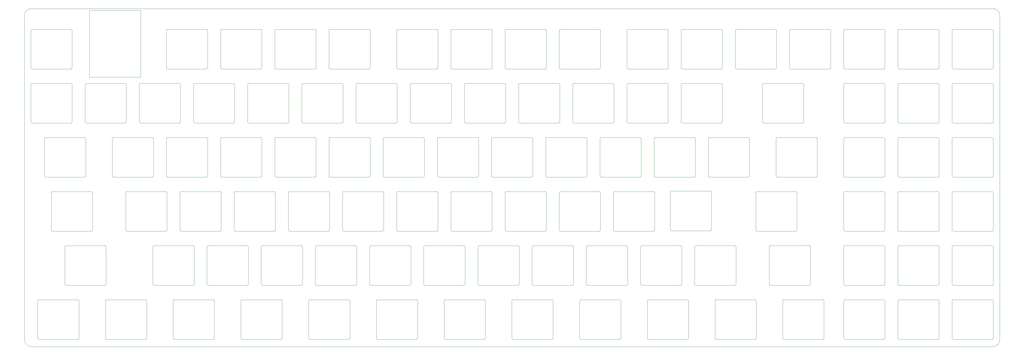
<source format=gm1>
%TF.GenerationSoftware,KiCad,Pcbnew,7.0.2*%
%TF.CreationDate,2023-05-08T20:33:34+02:00*%
%TF.ProjectId,verasity_PCB,76657261-7369-4747-995f-5043422e6b69,rev?*%
%TF.SameCoordinates,Original*%
%TF.FileFunction,Profile,NP*%
%FSLAX46Y46*%
G04 Gerber Fmt 4.6, Leading zero omitted, Abs format (unit mm)*
G04 Created by KiCad (PCBNEW 7.0.2) date 2023-05-08 20:33:34*
%MOMM*%
%LPD*%
G01*
G04 APERTURE LIST*
%TA.AperFunction,Profile*%
%ADD10C,0.010000*%
%TD*%
%TA.AperFunction,Profile*%
%ADD11C,0.050000*%
%TD*%
G04 APERTURE END LIST*
D10*
X-11906250Y-7143750D02*
G75*
G03*
X-9525000Y-9525000I2381250J0D01*
G01*
X-9525000Y109537500D02*
G75*
G03*
X-11906250Y107156250I0J-2381250D01*
G01*
X330993750Y107156250D02*
G75*
G03*
X328612500Y109537500I-2381250J0D01*
G01*
X328612500Y-9525000D02*
G75*
G03*
X330993750Y-7143750I0J2381250D01*
G01*
X328612500Y-9525000D02*
X-9525000Y-9525000D01*
X330993750Y107156250D02*
X330994000Y-7143750D01*
X-11906250Y-7143750D02*
X-11906250Y107156250D01*
X-9525000Y109537500D02*
X328612500Y109537500D01*
D11*
%TO.C,U99*%
X10939000Y108893500D02*
X10939000Y85393500D01*
X10939000Y85393500D02*
X28939000Y85393500D01*
X28939000Y108893500D02*
X10939000Y108893500D01*
X28939000Y108893500D02*
X28939000Y85393500D01*
D10*
%TO.C,U19*%
X-9631250Y82900000D02*
X-9631250Y69500000D01*
X-9331250Y69200000D02*
X4568750Y69200000D01*
X4568750Y83200000D02*
X-9331250Y83200000D01*
X4868750Y69500000D02*
X4868750Y82900000D01*
X-9331250Y69200000D02*
G75*
G03*
X-9631250Y69500000I-300000J0D01*
G01*
X-9631250Y82900000D02*
G75*
G03*
X-9331250Y83200000I0J300000D01*
G01*
X4868750Y69500000D02*
G75*
G03*
X4568750Y69200000I0J-300000D01*
G01*
X4568750Y83200000D02*
G75*
G03*
X4868750Y82900000I300000J0D01*
G01*
%TO.C,U9*%
X138006250Y101950000D02*
X138006250Y88550000D01*
X138306250Y88250000D02*
X152206250Y88250000D01*
X152206250Y102250000D02*
X138306250Y102250000D01*
X152506250Y88550000D02*
X152506250Y101950000D01*
X138306250Y88250000D02*
G75*
G03*
X138006250Y88550000I-300000J0D01*
G01*
X138006250Y101950000D02*
G75*
G03*
X138306250Y102250000I0J300000D01*
G01*
X152506250Y88550000D02*
G75*
G03*
X152206250Y88250000I0J-300000D01*
G01*
X152206250Y102250000D02*
G75*
G03*
X152506250Y101950000I300000J0D01*
G01*
%TO.C,U98*%
X314218750Y25750000D02*
X314218750Y12350000D01*
X314518750Y12050000D02*
X328418750Y12050000D01*
X328418750Y26050000D02*
X314518750Y26050000D01*
X328718750Y12350000D02*
X328718750Y25750000D01*
X314518750Y12050000D02*
G75*
G03*
X314218750Y12350000I-300000J0D01*
G01*
X314218750Y25750000D02*
G75*
G03*
X314518750Y26050000I0J300000D01*
G01*
X328718750Y12350000D02*
G75*
G03*
X328418750Y12050000I0J-300000D01*
G01*
X328418750Y26050000D02*
G75*
G03*
X328718750Y25750000I300000J0D01*
G01*
%TO.C,U97*%
X276118750Y25750000D02*
X276118750Y12350000D01*
X276418750Y12050000D02*
X290318750Y12050000D01*
X290318750Y26050000D02*
X276418750Y26050000D01*
X290618750Y12350000D02*
X290618750Y25750000D01*
X276418750Y12050000D02*
G75*
G03*
X276118750Y12350000I-300000J0D01*
G01*
X276118750Y25750000D02*
G75*
G03*
X276418750Y26050000I0J300000D01*
G01*
X290618750Y12350000D02*
G75*
G03*
X290318750Y12050000I0J-300000D01*
G01*
X290318750Y26050000D02*
G75*
G03*
X290618750Y25750000I300000J0D01*
G01*
%TO.C,U96*%
X314218750Y44800000D02*
X314218750Y31400000D01*
X314518750Y31100000D02*
X328418750Y31100000D01*
X328418750Y45100000D02*
X314518750Y45100000D01*
X328718750Y31400000D02*
X328718750Y44800000D01*
X314518750Y31100000D02*
G75*
G03*
X314218750Y31400000I-300000J0D01*
G01*
X314218750Y44800000D02*
G75*
G03*
X314518750Y45100000I0J300000D01*
G01*
X328718750Y31400000D02*
G75*
G03*
X328418750Y31100000I0J-300000D01*
G01*
X328418750Y45100000D02*
G75*
G03*
X328718750Y44800000I300000J0D01*
G01*
%TO.C,U95*%
X314218750Y6700000D02*
X314218750Y-6700000D01*
X314518750Y-7000000D02*
X328418750Y-7000000D01*
X328418750Y7000000D02*
X314518750Y7000000D01*
X328718750Y-6700000D02*
X328718750Y6700000D01*
X314518750Y-7000000D02*
G75*
G03*
X314218750Y-6700000I-300000J0D01*
G01*
X314218750Y6700000D02*
G75*
G03*
X314518750Y7000000I0J300000D01*
G01*
X328718750Y-6700000D02*
G75*
G03*
X328418750Y-7000000I0J-300000D01*
G01*
X328418750Y7000000D02*
G75*
G03*
X328718750Y6700000I300000J0D01*
G01*
%TO.C,U94*%
X295168750Y6700000D02*
X295168750Y-6700000D01*
X295468750Y-7000000D02*
X309368750Y-7000000D01*
X309368750Y7000000D02*
X295468750Y7000000D01*
X309668750Y-6700000D02*
X309668750Y6700000D01*
X295468750Y-7000000D02*
G75*
G03*
X295168750Y-6700000I-300000J0D01*
G01*
X295168750Y6700000D02*
G75*
G03*
X295468750Y7000000I0J300000D01*
G01*
X309668750Y-6700000D02*
G75*
G03*
X309368750Y-7000000I0J-300000D01*
G01*
X309368750Y7000000D02*
G75*
G03*
X309668750Y6700000I300000J0D01*
G01*
%TO.C,U93*%
X276118750Y6700000D02*
X276118750Y-6700000D01*
X276418750Y-7000000D02*
X290318750Y-7000000D01*
X290318750Y7000000D02*
X276418750Y7000000D01*
X290618750Y-6700000D02*
X290618750Y6700000D01*
X276418750Y-7000000D02*
G75*
G03*
X276118750Y-6700000I-300000J0D01*
G01*
X276118750Y6700000D02*
G75*
G03*
X276418750Y7000000I0J300000D01*
G01*
X290618750Y-6700000D02*
G75*
G03*
X290318750Y-7000000I0J-300000D01*
G01*
X290318750Y7000000D02*
G75*
G03*
X290618750Y6700000I300000J0D01*
G01*
%TO.C,U92*%
X254687500Y6700000D02*
X254687500Y-6700000D01*
X254987500Y-7000000D02*
X268887500Y-7000000D01*
X268887500Y7000000D02*
X254987500Y7000000D01*
X269187500Y-6700000D02*
X269187500Y6700000D01*
X254987500Y-7000000D02*
G75*
G03*
X254687500Y-6700000I-300000J0D01*
G01*
X254687500Y6700000D02*
G75*
G03*
X254987500Y7000000I0J300000D01*
G01*
X269187500Y-6700000D02*
G75*
G03*
X268887500Y-7000000I0J-300000D01*
G01*
X268887500Y7000000D02*
G75*
G03*
X269187500Y6700000I300000J0D01*
G01*
%TO.C,U91*%
X230875000Y6700000D02*
X230875000Y-6700000D01*
X231175000Y-7000000D02*
X245075000Y-7000000D01*
X245075000Y7000000D02*
X231175000Y7000000D01*
X245375000Y-6700000D02*
X245375000Y6700000D01*
X231175000Y-7000000D02*
G75*
G03*
X230875000Y-6700000I-300000J0D01*
G01*
X230875000Y6700000D02*
G75*
G03*
X231175000Y7000000I0J300000D01*
G01*
X245375000Y-6700000D02*
G75*
G03*
X245075000Y-7000000I0J-300000D01*
G01*
X245075000Y7000000D02*
G75*
G03*
X245375000Y6700000I300000J0D01*
G01*
%TO.C,U90*%
X207062500Y6700000D02*
X207062500Y-6700000D01*
X207362500Y-7000000D02*
X221262500Y-7000000D01*
X221262500Y7000000D02*
X207362500Y7000000D01*
X221562500Y-6700000D02*
X221562500Y6700000D01*
X207362500Y-7000000D02*
G75*
G03*
X207062500Y-6700000I-300000J0D01*
G01*
X207062500Y6700000D02*
G75*
G03*
X207362500Y7000000I0J300000D01*
G01*
X221562500Y-6700000D02*
G75*
G03*
X221262500Y-7000000I0J-300000D01*
G01*
X221262500Y7000000D02*
G75*
G03*
X221562500Y6700000I300000J0D01*
G01*
%TO.C,U89*%
X183250000Y6700000D02*
X183250000Y-6700000D01*
X183550000Y-7000000D02*
X197450000Y-7000000D01*
X197450000Y7000000D02*
X183550000Y7000000D01*
X197750000Y-6700000D02*
X197750000Y6700000D01*
X183550000Y-7000000D02*
G75*
G03*
X183250000Y-6700000I-300000J0D01*
G01*
X183250000Y6700000D02*
G75*
G03*
X183550000Y7000000I0J300000D01*
G01*
X197750000Y-6700000D02*
G75*
G03*
X197450000Y-7000000I0J-300000D01*
G01*
X197450000Y7000000D02*
G75*
G03*
X197750000Y6700000I300000J0D01*
G01*
%TO.C,U88*%
X295168750Y44800000D02*
X295168750Y31400000D01*
X295468750Y31100000D02*
X309368750Y31100000D01*
X309368750Y45100000D02*
X295468750Y45100000D01*
X309668750Y31400000D02*
X309668750Y44800000D01*
X295468750Y31100000D02*
G75*
G03*
X295168750Y31400000I-300000J0D01*
G01*
X295168750Y44800000D02*
G75*
G03*
X295468750Y45100000I0J300000D01*
G01*
X309668750Y31400000D02*
G75*
G03*
X309368750Y31100000I0J-300000D01*
G01*
X309368750Y45100000D02*
G75*
G03*
X309668750Y44800000I300000J0D01*
G01*
%TO.C,U87*%
X159437500Y6700000D02*
X159437500Y-6700000D01*
X159737500Y-7000000D02*
X173637500Y-7000000D01*
X173637500Y7000000D02*
X159737500Y7000000D01*
X173937500Y-6700000D02*
X173937500Y6700000D01*
X159737500Y-7000000D02*
G75*
G03*
X159437500Y-6700000I-300000J0D01*
G01*
X159437500Y6700000D02*
G75*
G03*
X159737500Y7000000I0J300000D01*
G01*
X173937500Y-6700000D02*
G75*
G03*
X173637500Y-7000000I0J-300000D01*
G01*
X173637500Y7000000D02*
G75*
G03*
X173937500Y6700000I300000J0D01*
G01*
%TO.C,U86*%
X135625000Y6700000D02*
X135625000Y-6700000D01*
X135925000Y-7000000D02*
X149825000Y-7000000D01*
X149825000Y7000000D02*
X135925000Y7000000D01*
X150125000Y-6700000D02*
X150125000Y6700000D01*
X135925000Y-7000000D02*
G75*
G03*
X135625000Y-6700000I-300000J0D01*
G01*
X135625000Y6700000D02*
G75*
G03*
X135925000Y7000000I0J300000D01*
G01*
X150125000Y-6700000D02*
G75*
G03*
X149825000Y-7000000I0J-300000D01*
G01*
X149825000Y7000000D02*
G75*
G03*
X150125000Y6700000I300000J0D01*
G01*
%TO.C,U85*%
X111812500Y6700000D02*
X111812500Y-6700000D01*
X112112500Y-7000000D02*
X126012500Y-7000000D01*
X126012500Y7000000D02*
X112112500Y7000000D01*
X126312500Y-6700000D02*
X126312500Y6700000D01*
X112112500Y-7000000D02*
G75*
G03*
X111812500Y-6700000I-300000J0D01*
G01*
X111812500Y6700000D02*
G75*
G03*
X112112500Y7000000I0J300000D01*
G01*
X126312500Y-6700000D02*
G75*
G03*
X126012500Y-7000000I0J-300000D01*
G01*
X126012500Y7000000D02*
G75*
G03*
X126312500Y6700000I300000J0D01*
G01*
%TO.C,U84*%
X88000000Y6700000D02*
X88000000Y-6700000D01*
X88300000Y-7000000D02*
X102200000Y-7000000D01*
X102200000Y7000000D02*
X88300000Y7000000D01*
X102500000Y-6700000D02*
X102500000Y6700000D01*
X88300000Y-7000000D02*
G75*
G03*
X88000000Y-6700000I-300000J0D01*
G01*
X88000000Y6700000D02*
G75*
G03*
X88300000Y7000000I0J300000D01*
G01*
X102500000Y-6700000D02*
G75*
G03*
X102200000Y-7000000I0J-300000D01*
G01*
X102200000Y7000000D02*
G75*
G03*
X102500000Y6700000I300000J0D01*
G01*
%TO.C,U83*%
X64187500Y6700000D02*
X64187500Y-6700000D01*
X64487500Y-7000000D02*
X78387500Y-7000000D01*
X78387500Y7000000D02*
X64487500Y7000000D01*
X78687500Y-6700000D02*
X78687500Y6700000D01*
X64487500Y-7000000D02*
G75*
G03*
X64187500Y-6700000I-300000J0D01*
G01*
X64187500Y6700000D02*
G75*
G03*
X64487500Y7000000I0J300000D01*
G01*
X78687500Y-6700000D02*
G75*
G03*
X78387500Y-7000000I0J-300000D01*
G01*
X78387500Y7000000D02*
G75*
G03*
X78687500Y6700000I300000J0D01*
G01*
%TO.C,U82*%
X40375000Y6700000D02*
X40375000Y-6700000D01*
X40675000Y-7000000D02*
X54575000Y-7000000D01*
X54575000Y7000000D02*
X40675000Y7000000D01*
X54875000Y-6700000D02*
X54875000Y6700000D01*
X40675000Y-7000000D02*
G75*
G03*
X40375000Y-6700000I-300000J0D01*
G01*
X40375000Y6700000D02*
G75*
G03*
X40675000Y7000000I0J300000D01*
G01*
X54875000Y-6700000D02*
G75*
G03*
X54575000Y-7000000I0J-300000D01*
G01*
X54575000Y7000000D02*
G75*
G03*
X54875000Y6700000I300000J0D01*
G01*
%TO.C,U81*%
X16562500Y6700000D02*
X16562500Y-6700000D01*
X16862500Y-7000000D02*
X30762500Y-7000000D01*
X30762500Y7000000D02*
X16862500Y7000000D01*
X31062500Y-6700000D02*
X31062500Y6700000D01*
X16862500Y-7000000D02*
G75*
G03*
X16562500Y-6700000I-300000J0D01*
G01*
X16562500Y6700000D02*
G75*
G03*
X16862500Y7000000I0J300000D01*
G01*
X31062500Y-6700000D02*
G75*
G03*
X30762500Y-7000000I0J-300000D01*
G01*
X30762500Y7000000D02*
G75*
G03*
X31062500Y6700000I300000J0D01*
G01*
%TO.C,U80*%
X-7250000Y6700000D02*
X-7250000Y-6700000D01*
X-6950000Y-7000000D02*
X6950000Y-7000000D01*
X6950000Y7000000D02*
X-6950000Y7000000D01*
X7250000Y-6700000D02*
X7250000Y6700000D01*
X-6950000Y-7000000D02*
G75*
G03*
X-7250000Y-6700000I-300000J0D01*
G01*
X-7250000Y6700000D02*
G75*
G03*
X-6950000Y7000000I0J300000D01*
G01*
X7250000Y-6700000D02*
G75*
G03*
X6950000Y-7000000I0J-300000D01*
G01*
X6950000Y7000000D02*
G75*
G03*
X7250000Y6700000I300000J0D01*
G01*
%TO.C,U79*%
X295168750Y25750000D02*
X295168750Y12350000D01*
X295468750Y12050000D02*
X309368750Y12050000D01*
X309368750Y26050000D02*
X295468750Y26050000D01*
X309668750Y12350000D02*
X309668750Y25750000D01*
X295468750Y12050000D02*
G75*
G03*
X295168750Y12350000I-300000J0D01*
G01*
X295168750Y25750000D02*
G75*
G03*
X295468750Y26050000I0J300000D01*
G01*
X309668750Y12350000D02*
G75*
G03*
X309368750Y12050000I0J-300000D01*
G01*
X309368750Y26050000D02*
G75*
G03*
X309668750Y25750000I300000J0D01*
G01*
%TO.C,U78*%
X249925000Y25750000D02*
X249925000Y12350000D01*
X250225000Y12050000D02*
X264125000Y12050000D01*
X264125000Y26050000D02*
X250225000Y26050000D01*
X264425000Y12350000D02*
X264425000Y25750000D01*
X250225000Y12050000D02*
G75*
G03*
X249925000Y12350000I-300000J0D01*
G01*
X249925000Y25750000D02*
G75*
G03*
X250225000Y26050000I0J300000D01*
G01*
X264425000Y12350000D02*
G75*
G03*
X264125000Y12050000I0J-300000D01*
G01*
X264125000Y26050000D02*
G75*
G03*
X264425000Y25750000I300000J0D01*
G01*
%TO.C,U77*%
X223731250Y25750000D02*
X223731250Y12350000D01*
X224031250Y12050000D02*
X237931250Y12050000D01*
X237931250Y26050000D02*
X224031250Y26050000D01*
X238231250Y12350000D02*
X238231250Y25750000D01*
X224031250Y12050000D02*
G75*
G03*
X223731250Y12350000I-300000J0D01*
G01*
X223731250Y25750000D02*
G75*
G03*
X224031250Y26050000I0J300000D01*
G01*
X238231250Y12350000D02*
G75*
G03*
X237931250Y12050000I0J-300000D01*
G01*
X237931250Y26050000D02*
G75*
G03*
X238231250Y25750000I300000J0D01*
G01*
%TO.C,U76*%
X204681250Y25750000D02*
X204681250Y12350000D01*
X204981250Y12050000D02*
X218881250Y12050000D01*
X218881250Y26050000D02*
X204981250Y26050000D01*
X219181250Y12350000D02*
X219181250Y25750000D01*
X204981250Y12050000D02*
G75*
G03*
X204681250Y12350000I-300000J0D01*
G01*
X204681250Y25750000D02*
G75*
G03*
X204981250Y26050000I0J300000D01*
G01*
X219181250Y12350000D02*
G75*
G03*
X218881250Y12050000I0J-300000D01*
G01*
X218881250Y26050000D02*
G75*
G03*
X219181250Y25750000I300000J0D01*
G01*
%TO.C,U75*%
X185631250Y25750000D02*
X185631250Y12350000D01*
X185931250Y12050000D02*
X199831250Y12050000D01*
X199831250Y26050000D02*
X185931250Y26050000D01*
X200131250Y12350000D02*
X200131250Y25750000D01*
X185931250Y12050000D02*
G75*
G03*
X185631250Y12350000I-300000J0D01*
G01*
X185631250Y25750000D02*
G75*
G03*
X185931250Y26050000I0J300000D01*
G01*
X200131250Y12350000D02*
G75*
G03*
X199831250Y12050000I0J-300000D01*
G01*
X199831250Y26050000D02*
G75*
G03*
X200131250Y25750000I300000J0D01*
G01*
%TO.C,U74*%
X166581250Y25750000D02*
X166581250Y12350000D01*
X166881250Y12050000D02*
X180781250Y12050000D01*
X180781250Y26050000D02*
X166881250Y26050000D01*
X181081250Y12350000D02*
X181081250Y25750000D01*
X166881250Y12050000D02*
G75*
G03*
X166581250Y12350000I-300000J0D01*
G01*
X166581250Y25750000D02*
G75*
G03*
X166881250Y26050000I0J300000D01*
G01*
X181081250Y12350000D02*
G75*
G03*
X180781250Y12050000I0J-300000D01*
G01*
X180781250Y26050000D02*
G75*
G03*
X181081250Y25750000I300000J0D01*
G01*
%TO.C,U73*%
X147531250Y25750000D02*
X147531250Y12350000D01*
X147831250Y12050000D02*
X161731250Y12050000D01*
X161731250Y26050000D02*
X147831250Y26050000D01*
X162031250Y12350000D02*
X162031250Y25750000D01*
X147831250Y12050000D02*
G75*
G03*
X147531250Y12350000I-300000J0D01*
G01*
X147531250Y25750000D02*
G75*
G03*
X147831250Y26050000I0J300000D01*
G01*
X162031250Y12350000D02*
G75*
G03*
X161731250Y12050000I0J-300000D01*
G01*
X161731250Y26050000D02*
G75*
G03*
X162031250Y25750000I300000J0D01*
G01*
%TO.C,U72*%
X128481250Y25750000D02*
X128481250Y12350000D01*
X128781250Y12050000D02*
X142681250Y12050000D01*
X142681250Y26050000D02*
X128781250Y26050000D01*
X142981250Y12350000D02*
X142981250Y25750000D01*
X128781250Y12050000D02*
G75*
G03*
X128481250Y12350000I-300000J0D01*
G01*
X128481250Y25750000D02*
G75*
G03*
X128781250Y26050000I0J300000D01*
G01*
X142981250Y12350000D02*
G75*
G03*
X142681250Y12050000I0J-300000D01*
G01*
X142681250Y26050000D02*
G75*
G03*
X142981250Y25750000I300000J0D01*
G01*
%TO.C,U71*%
X109431250Y25750000D02*
X109431250Y12350000D01*
X109731250Y12050000D02*
X123631250Y12050000D01*
X123631250Y26050000D02*
X109731250Y26050000D01*
X123931250Y12350000D02*
X123931250Y25750000D01*
X109731250Y12050000D02*
G75*
G03*
X109431250Y12350000I-300000J0D01*
G01*
X109431250Y25750000D02*
G75*
G03*
X109731250Y26050000I0J300000D01*
G01*
X123931250Y12350000D02*
G75*
G03*
X123631250Y12050000I0J-300000D01*
G01*
X123631250Y26050000D02*
G75*
G03*
X123931250Y25750000I300000J0D01*
G01*
%TO.C,U70*%
X90381250Y25750000D02*
X90381250Y12350000D01*
X90681250Y12050000D02*
X104581250Y12050000D01*
X104581250Y26050000D02*
X90681250Y26050000D01*
X104881250Y12350000D02*
X104881250Y25750000D01*
X90681250Y12050000D02*
G75*
G03*
X90381250Y12350000I-300000J0D01*
G01*
X90381250Y25750000D02*
G75*
G03*
X90681250Y26050000I0J300000D01*
G01*
X104881250Y12350000D02*
G75*
G03*
X104581250Y12050000I0J-300000D01*
G01*
X104581250Y26050000D02*
G75*
G03*
X104881250Y25750000I300000J0D01*
G01*
%TO.C,U69*%
X71331250Y25750000D02*
X71331250Y12350000D01*
X71631250Y12050000D02*
X85531250Y12050000D01*
X85531250Y26050000D02*
X71631250Y26050000D01*
X85831250Y12350000D02*
X85831250Y25750000D01*
X71631250Y12050000D02*
G75*
G03*
X71331250Y12350000I-300000J0D01*
G01*
X71331250Y25750000D02*
G75*
G03*
X71631250Y26050000I0J300000D01*
G01*
X85831250Y12350000D02*
G75*
G03*
X85531250Y12050000I0J-300000D01*
G01*
X85531250Y26050000D02*
G75*
G03*
X85831250Y25750000I300000J0D01*
G01*
%TO.C,U68*%
X52281250Y25750000D02*
X52281250Y12350000D01*
X52581250Y12050000D02*
X66481250Y12050000D01*
X66481250Y26050000D02*
X52581250Y26050000D01*
X66781250Y12350000D02*
X66781250Y25750000D01*
X52581250Y12050000D02*
G75*
G03*
X52281250Y12350000I-300000J0D01*
G01*
X52281250Y25750000D02*
G75*
G03*
X52581250Y26050000I0J300000D01*
G01*
X66781250Y12350000D02*
G75*
G03*
X66481250Y12050000I0J-300000D01*
G01*
X66481250Y26050000D02*
G75*
G03*
X66781250Y25750000I300000J0D01*
G01*
%TO.C,U67*%
X33231250Y25750000D02*
X33231250Y12350000D01*
X33531250Y12050000D02*
X47431250Y12050000D01*
X47431250Y26050000D02*
X33531250Y26050000D01*
X47731250Y12350000D02*
X47731250Y25750000D01*
X33531250Y12050000D02*
G75*
G03*
X33231250Y12350000I-300000J0D01*
G01*
X33231250Y25750000D02*
G75*
G03*
X33531250Y26050000I0J300000D01*
G01*
X47731250Y12350000D02*
G75*
G03*
X47431250Y12050000I0J-300000D01*
G01*
X47431250Y26050000D02*
G75*
G03*
X47731250Y25750000I300000J0D01*
G01*
%TO.C,U66*%
X2275000Y25750000D02*
X2275000Y12350000D01*
X2575000Y12050000D02*
X16475000Y12050000D01*
X16475000Y26050000D02*
X2575000Y26050000D01*
X16775000Y12350000D02*
X16775000Y25750000D01*
X2575000Y12050000D02*
G75*
G03*
X2275000Y12350000I-300000J0D01*
G01*
X2275000Y25750000D02*
G75*
G03*
X2575000Y26050000I0J300000D01*
G01*
X16775000Y12350000D02*
G75*
G03*
X16475000Y12050000I0J-300000D01*
G01*
X16475000Y26050000D02*
G75*
G03*
X16775000Y25750000I300000J0D01*
G01*
%TO.C,U65*%
X245162500Y44800000D02*
X245162500Y31400000D01*
X245462500Y31100000D02*
X259362500Y31100000D01*
X259362500Y45100000D02*
X245462500Y45100000D01*
X259662500Y31400000D02*
X259662500Y44800000D01*
X245462500Y31100000D02*
G75*
G03*
X245162500Y31400000I-300000J0D01*
G01*
X245162500Y44800000D02*
G75*
G03*
X245462500Y45100000I0J300000D01*
G01*
X259662500Y31400000D02*
G75*
G03*
X259362500Y31100000I0J-300000D01*
G01*
X259362500Y45100000D02*
G75*
G03*
X259662500Y44800000I300000J0D01*
G01*
%TO.C,U64*%
X215158750Y44958750D02*
X215158750Y31558750D01*
X215458750Y31258750D02*
X229358750Y31258750D01*
X229358750Y45258750D02*
X215458750Y45258750D01*
X229658750Y31558750D02*
X229658750Y44958750D01*
X215458750Y31258750D02*
G75*
G03*
X215158750Y31558750I-300000J0D01*
G01*
X215158750Y44958750D02*
G75*
G03*
X215458750Y45258750I0J300000D01*
G01*
X229658750Y31558750D02*
G75*
G03*
X229358750Y31258750I0J-300000D01*
G01*
X229358750Y45258750D02*
G75*
G03*
X229658750Y44958750I300000J0D01*
G01*
%TO.C,U63*%
X195156250Y44800000D02*
X195156250Y31400000D01*
X195456250Y31100000D02*
X209356250Y31100000D01*
X209356250Y45100000D02*
X195456250Y45100000D01*
X209656250Y31400000D02*
X209656250Y44800000D01*
X195456250Y31100000D02*
G75*
G03*
X195156250Y31400000I-300000J0D01*
G01*
X195156250Y44800000D02*
G75*
G03*
X195456250Y45100000I0J300000D01*
G01*
X209656250Y31400000D02*
G75*
G03*
X209356250Y31100000I0J-300000D01*
G01*
X209356250Y45100000D02*
G75*
G03*
X209656250Y44800000I300000J0D01*
G01*
%TO.C,U62*%
X176106250Y44800000D02*
X176106250Y31400000D01*
X176406250Y31100000D02*
X190306250Y31100000D01*
X190306250Y45100000D02*
X176406250Y45100000D01*
X190606250Y31400000D02*
X190606250Y44800000D01*
X176406250Y31100000D02*
G75*
G03*
X176106250Y31400000I-300000J0D01*
G01*
X176106250Y44800000D02*
G75*
G03*
X176406250Y45100000I0J300000D01*
G01*
X190606250Y31400000D02*
G75*
G03*
X190306250Y31100000I0J-300000D01*
G01*
X190306250Y45100000D02*
G75*
G03*
X190606250Y44800000I300000J0D01*
G01*
%TO.C,U61*%
X157056250Y44800000D02*
X157056250Y31400000D01*
X157356250Y31100000D02*
X171256250Y31100000D01*
X171256250Y45100000D02*
X157356250Y45100000D01*
X171556250Y31400000D02*
X171556250Y44800000D01*
X157356250Y31100000D02*
G75*
G03*
X157056250Y31400000I-300000J0D01*
G01*
X157056250Y44800000D02*
G75*
G03*
X157356250Y45100000I0J300000D01*
G01*
X171556250Y31400000D02*
G75*
G03*
X171256250Y31100000I0J-300000D01*
G01*
X171256250Y45100000D02*
G75*
G03*
X171556250Y44800000I300000J0D01*
G01*
%TO.C,U60*%
X138006250Y44800000D02*
X138006250Y31400000D01*
X138306250Y31100000D02*
X152206250Y31100000D01*
X152206250Y45100000D02*
X138306250Y45100000D01*
X152506250Y31400000D02*
X152506250Y44800000D01*
X138306250Y31100000D02*
G75*
G03*
X138006250Y31400000I-300000J0D01*
G01*
X138006250Y44800000D02*
G75*
G03*
X138306250Y45100000I0J300000D01*
G01*
X152506250Y31400000D02*
G75*
G03*
X152206250Y31100000I0J-300000D01*
G01*
X152206250Y45100000D02*
G75*
G03*
X152506250Y44800000I300000J0D01*
G01*
%TO.C,U59*%
X118956250Y44800000D02*
X118956250Y31400000D01*
X119256250Y31100000D02*
X133156250Y31100000D01*
X133156250Y45100000D02*
X119256250Y45100000D01*
X133456250Y31400000D02*
X133456250Y44800000D01*
X119256250Y31100000D02*
G75*
G03*
X118956250Y31400000I-300000J0D01*
G01*
X118956250Y44800000D02*
G75*
G03*
X119256250Y45100000I0J300000D01*
G01*
X133456250Y31400000D02*
G75*
G03*
X133156250Y31100000I0J-300000D01*
G01*
X133156250Y45100000D02*
G75*
G03*
X133456250Y44800000I300000J0D01*
G01*
%TO.C,U58*%
X99906250Y44800000D02*
X99906250Y31400000D01*
X100206250Y31100000D02*
X114106250Y31100000D01*
X114106250Y45100000D02*
X100206250Y45100000D01*
X114406250Y31400000D02*
X114406250Y44800000D01*
X100206250Y31100000D02*
G75*
G03*
X99906250Y31400000I-300000J0D01*
G01*
X99906250Y44800000D02*
G75*
G03*
X100206250Y45100000I0J300000D01*
G01*
X114406250Y31400000D02*
G75*
G03*
X114106250Y31100000I0J-300000D01*
G01*
X114106250Y45100000D02*
G75*
G03*
X114406250Y44800000I300000J0D01*
G01*
%TO.C,U57*%
X80856250Y44800000D02*
X80856250Y31400000D01*
X81156250Y31100000D02*
X95056250Y31100000D01*
X95056250Y45100000D02*
X81156250Y45100000D01*
X95356250Y31400000D02*
X95356250Y44800000D01*
X81156250Y31100000D02*
G75*
G03*
X80856250Y31400000I-300000J0D01*
G01*
X80856250Y44800000D02*
G75*
G03*
X81156250Y45100000I0J300000D01*
G01*
X95356250Y31400000D02*
G75*
G03*
X95056250Y31100000I0J-300000D01*
G01*
X95056250Y45100000D02*
G75*
G03*
X95356250Y44800000I300000J0D01*
G01*
%TO.C,U56*%
X61806250Y44800000D02*
X61806250Y31400000D01*
X62106250Y31100000D02*
X76006250Y31100000D01*
X76006250Y45100000D02*
X62106250Y45100000D01*
X76306250Y31400000D02*
X76306250Y44800000D01*
X62106250Y31100000D02*
G75*
G03*
X61806250Y31400000I-300000J0D01*
G01*
X61806250Y44800000D02*
G75*
G03*
X62106250Y45100000I0J300000D01*
G01*
X76306250Y31400000D02*
G75*
G03*
X76006250Y31100000I0J-300000D01*
G01*
X76006250Y45100000D02*
G75*
G03*
X76306250Y44800000I300000J0D01*
G01*
%TO.C,U55*%
X42756250Y44800000D02*
X42756250Y31400000D01*
X43056250Y31100000D02*
X56956250Y31100000D01*
X56956250Y45100000D02*
X43056250Y45100000D01*
X57256250Y31400000D02*
X57256250Y44800000D01*
X43056250Y31100000D02*
G75*
G03*
X42756250Y31400000I-300000J0D01*
G01*
X42756250Y44800000D02*
G75*
G03*
X43056250Y45100000I0J300000D01*
G01*
X57256250Y31400000D02*
G75*
G03*
X56956250Y31100000I0J-300000D01*
G01*
X56956250Y45100000D02*
G75*
G03*
X57256250Y44800000I300000J0D01*
G01*
%TO.C,U54*%
X23706250Y44800000D02*
X23706250Y31400000D01*
X24006250Y31100000D02*
X37906250Y31100000D01*
X37906250Y45100000D02*
X24006250Y45100000D01*
X38206250Y31400000D02*
X38206250Y44800000D01*
X24006250Y31100000D02*
G75*
G03*
X23706250Y31400000I-300000J0D01*
G01*
X23706250Y44800000D02*
G75*
G03*
X24006250Y45100000I0J300000D01*
G01*
X38206250Y31400000D02*
G75*
G03*
X37906250Y31100000I0J-300000D01*
G01*
X37906250Y45100000D02*
G75*
G03*
X38206250Y44800000I300000J0D01*
G01*
%TO.C,U53*%
X-2487500Y44800000D02*
X-2487500Y31400000D01*
X-2187500Y31100000D02*
X11712500Y31100000D01*
X11712500Y45100000D02*
X-2187500Y45100000D01*
X12012500Y31400000D02*
X12012500Y44800000D01*
X-2187500Y31100000D02*
G75*
G03*
X-2487500Y31400000I-300000J0D01*
G01*
X-2487500Y44800000D02*
G75*
G03*
X-2187500Y45100000I0J300000D01*
G01*
X12012500Y31400000D02*
G75*
G03*
X11712500Y31100000I0J-300000D01*
G01*
X11712500Y45100000D02*
G75*
G03*
X12012500Y44800000I300000J0D01*
G01*
%TO.C,U52*%
X314218750Y63850000D02*
X314218750Y50450000D01*
X314518750Y50150000D02*
X328418750Y50150000D01*
X328418750Y64150000D02*
X314518750Y64150000D01*
X328718750Y50450000D02*
X328718750Y63850000D01*
X314518750Y50150000D02*
G75*
G03*
X314218750Y50450000I-300000J0D01*
G01*
X314218750Y63850000D02*
G75*
G03*
X314518750Y64150000I0J300000D01*
G01*
X328718750Y50450000D02*
G75*
G03*
X328418750Y50150000I0J-300000D01*
G01*
X328418750Y64150000D02*
G75*
G03*
X328718750Y63850000I300000J0D01*
G01*
%TO.C,U51*%
X295168750Y63850000D02*
X295168750Y50450000D01*
X295468750Y50150000D02*
X309368750Y50150000D01*
X309368750Y64150000D02*
X295468750Y64150000D01*
X309668750Y50450000D02*
X309668750Y63850000D01*
X295468750Y50150000D02*
G75*
G03*
X295168750Y50450000I-300000J0D01*
G01*
X295168750Y63850000D02*
G75*
G03*
X295468750Y64150000I0J300000D01*
G01*
X309668750Y50450000D02*
G75*
G03*
X309368750Y50150000I0J-300000D01*
G01*
X309368750Y64150000D02*
G75*
G03*
X309668750Y63850000I300000J0D01*
G01*
%TO.C,U50*%
X276118750Y63850000D02*
X276118750Y50450000D01*
X276418750Y50150000D02*
X290318750Y50150000D01*
X290318750Y64150000D02*
X276418750Y64150000D01*
X290618750Y50450000D02*
X290618750Y63850000D01*
X276418750Y50150000D02*
G75*
G03*
X276118750Y50450000I-300000J0D01*
G01*
X276118750Y63850000D02*
G75*
G03*
X276418750Y64150000I0J300000D01*
G01*
X290618750Y50450000D02*
G75*
G03*
X290318750Y50150000I0J-300000D01*
G01*
X290318750Y64150000D02*
G75*
G03*
X290618750Y63850000I300000J0D01*
G01*
%TO.C,U49*%
X252306250Y63850000D02*
X252306250Y50450000D01*
X252606250Y50150000D02*
X266506250Y50150000D01*
X266506250Y64150000D02*
X252606250Y64150000D01*
X266806250Y50450000D02*
X266806250Y63850000D01*
X252606250Y50150000D02*
G75*
G03*
X252306250Y50450000I-300000J0D01*
G01*
X252306250Y63850000D02*
G75*
G03*
X252606250Y64150000I0J300000D01*
G01*
X266806250Y50450000D02*
G75*
G03*
X266506250Y50150000I0J-300000D01*
G01*
X266506250Y64150000D02*
G75*
G03*
X266806250Y63850000I300000J0D01*
G01*
%TO.C,U48*%
X228493750Y63850000D02*
X228493750Y50450000D01*
X228793750Y50150000D02*
X242693750Y50150000D01*
X242693750Y64150000D02*
X228793750Y64150000D01*
X242993750Y50450000D02*
X242993750Y63850000D01*
X228793750Y50150000D02*
G75*
G03*
X228493750Y50450000I-300000J0D01*
G01*
X228493750Y63850000D02*
G75*
G03*
X228793750Y64150000I0J300000D01*
G01*
X242993750Y50450000D02*
G75*
G03*
X242693750Y50150000I0J-300000D01*
G01*
X242693750Y64150000D02*
G75*
G03*
X242993750Y63850000I300000J0D01*
G01*
%TO.C,U47*%
X209443750Y63850000D02*
X209443750Y50450000D01*
X209743750Y50150000D02*
X223643750Y50150000D01*
X223643750Y64150000D02*
X209743750Y64150000D01*
X223943750Y50450000D02*
X223943750Y63850000D01*
X209743750Y50150000D02*
G75*
G03*
X209443750Y50450000I-300000J0D01*
G01*
X209443750Y63850000D02*
G75*
G03*
X209743750Y64150000I0J300000D01*
G01*
X223943750Y50450000D02*
G75*
G03*
X223643750Y50150000I0J-300000D01*
G01*
X223643750Y64150000D02*
G75*
G03*
X223943750Y63850000I300000J0D01*
G01*
%TO.C,U46*%
X190393750Y63850000D02*
X190393750Y50450000D01*
X190693750Y50150000D02*
X204593750Y50150000D01*
X204593750Y64150000D02*
X190693750Y64150000D01*
X204893750Y50450000D02*
X204893750Y63850000D01*
X190693750Y50150000D02*
G75*
G03*
X190393750Y50450000I-300000J0D01*
G01*
X190393750Y63850000D02*
G75*
G03*
X190693750Y64150000I0J300000D01*
G01*
X204893750Y50450000D02*
G75*
G03*
X204593750Y50150000I0J-300000D01*
G01*
X204593750Y64150000D02*
G75*
G03*
X204893750Y63850000I300000J0D01*
G01*
%TO.C,U45*%
X171343750Y63850000D02*
X171343750Y50450000D01*
X171643750Y50150000D02*
X185543750Y50150000D01*
X185543750Y64150000D02*
X171643750Y64150000D01*
X185843750Y50450000D02*
X185843750Y63850000D01*
X171643750Y50150000D02*
G75*
G03*
X171343750Y50450000I-300000J0D01*
G01*
X171343750Y63850000D02*
G75*
G03*
X171643750Y64150000I0J300000D01*
G01*
X185843750Y50450000D02*
G75*
G03*
X185543750Y50150000I0J-300000D01*
G01*
X185543750Y64150000D02*
G75*
G03*
X185843750Y63850000I300000J0D01*
G01*
%TO.C,U44*%
X152293750Y63850000D02*
X152293750Y50450000D01*
X152593750Y50150000D02*
X166493750Y50150000D01*
X166493750Y64150000D02*
X152593750Y64150000D01*
X166793750Y50450000D02*
X166793750Y63850000D01*
X152593750Y50150000D02*
G75*
G03*
X152293750Y50450000I-300000J0D01*
G01*
X152293750Y63850000D02*
G75*
G03*
X152593750Y64150000I0J300000D01*
G01*
X166793750Y50450000D02*
G75*
G03*
X166493750Y50150000I0J-300000D01*
G01*
X166493750Y64150000D02*
G75*
G03*
X166793750Y63850000I300000J0D01*
G01*
%TO.C,U43*%
X133243750Y63850000D02*
X133243750Y50450000D01*
X133543750Y50150000D02*
X147443750Y50150000D01*
X147443750Y64150000D02*
X133543750Y64150000D01*
X147743750Y50450000D02*
X147743750Y63850000D01*
X133543750Y50150000D02*
G75*
G03*
X133243750Y50450000I-300000J0D01*
G01*
X133243750Y63850000D02*
G75*
G03*
X133543750Y64150000I0J300000D01*
G01*
X147743750Y50450000D02*
G75*
G03*
X147443750Y50150000I0J-300000D01*
G01*
X147443750Y64150000D02*
G75*
G03*
X147743750Y63850000I300000J0D01*
G01*
%TO.C,U42*%
X114193750Y63850000D02*
X114193750Y50450000D01*
X114493750Y50150000D02*
X128393750Y50150000D01*
X128393750Y64150000D02*
X114493750Y64150000D01*
X128693750Y50450000D02*
X128693750Y63850000D01*
X114493750Y50150000D02*
G75*
G03*
X114193750Y50450000I-300000J0D01*
G01*
X114193750Y63850000D02*
G75*
G03*
X114493750Y64150000I0J300000D01*
G01*
X128693750Y50450000D02*
G75*
G03*
X128393750Y50150000I0J-300000D01*
G01*
X128393750Y64150000D02*
G75*
G03*
X128693750Y63850000I300000J0D01*
G01*
%TO.C,U41*%
X95143750Y63850000D02*
X95143750Y50450000D01*
X95443750Y50150000D02*
X109343750Y50150000D01*
X109343750Y64150000D02*
X95443750Y64150000D01*
X109643750Y50450000D02*
X109643750Y63850000D01*
X95443750Y50150000D02*
G75*
G03*
X95143750Y50450000I-300000J0D01*
G01*
X95143750Y63850000D02*
G75*
G03*
X95443750Y64150000I0J300000D01*
G01*
X109643750Y50450000D02*
G75*
G03*
X109343750Y50150000I0J-300000D01*
G01*
X109343750Y64150000D02*
G75*
G03*
X109643750Y63850000I300000J0D01*
G01*
%TO.C,U40*%
X76093750Y63850000D02*
X76093750Y50450000D01*
X76393750Y50150000D02*
X90293750Y50150000D01*
X90293750Y64150000D02*
X76393750Y64150000D01*
X90593750Y50450000D02*
X90593750Y63850000D01*
X76393750Y50150000D02*
G75*
G03*
X76093750Y50450000I-300000J0D01*
G01*
X76093750Y63850000D02*
G75*
G03*
X76393750Y64150000I0J300000D01*
G01*
X90593750Y50450000D02*
G75*
G03*
X90293750Y50150000I0J-300000D01*
G01*
X90293750Y64150000D02*
G75*
G03*
X90593750Y63850000I300000J0D01*
G01*
%TO.C,U39*%
X57043750Y63850000D02*
X57043750Y50450000D01*
X57343750Y50150000D02*
X71243750Y50150000D01*
X71243750Y64150000D02*
X57343750Y64150000D01*
X71543750Y50450000D02*
X71543750Y63850000D01*
X57343750Y50150000D02*
G75*
G03*
X57043750Y50450000I-300000J0D01*
G01*
X57043750Y63850000D02*
G75*
G03*
X57343750Y64150000I0J300000D01*
G01*
X71543750Y50450000D02*
G75*
G03*
X71243750Y50150000I0J-300000D01*
G01*
X71243750Y64150000D02*
G75*
G03*
X71543750Y63850000I300000J0D01*
G01*
%TO.C,U38*%
X37993750Y63850000D02*
X37993750Y50450000D01*
X38293750Y50150000D02*
X52193750Y50150000D01*
X52193750Y64150000D02*
X38293750Y64150000D01*
X52493750Y50450000D02*
X52493750Y63850000D01*
X38293750Y50150000D02*
G75*
G03*
X37993750Y50450000I-300000J0D01*
G01*
X37993750Y63850000D02*
G75*
G03*
X38293750Y64150000I0J300000D01*
G01*
X52493750Y50450000D02*
G75*
G03*
X52193750Y50150000I0J-300000D01*
G01*
X52193750Y64150000D02*
G75*
G03*
X52493750Y63850000I300000J0D01*
G01*
%TO.C,U37*%
X18943750Y63850000D02*
X18943750Y50450000D01*
X19243750Y50150000D02*
X33143750Y50150000D01*
X33143750Y64150000D02*
X19243750Y64150000D01*
X33443750Y50450000D02*
X33443750Y63850000D01*
X19243750Y50150000D02*
G75*
G03*
X18943750Y50450000I-300000J0D01*
G01*
X18943750Y63850000D02*
G75*
G03*
X19243750Y64150000I0J300000D01*
G01*
X33443750Y50450000D02*
G75*
G03*
X33143750Y50150000I0J-300000D01*
G01*
X33143750Y64150000D02*
G75*
G03*
X33443750Y63850000I300000J0D01*
G01*
%TO.C,U36*%
X-4868750Y63850000D02*
X-4868750Y50450000D01*
X-4568750Y50150000D02*
X9331250Y50150000D01*
X9331250Y64150000D02*
X-4568750Y64150000D01*
X9631250Y50450000D02*
X9631250Y63850000D01*
X-4568750Y50150000D02*
G75*
G03*
X-4868750Y50450000I-300000J0D01*
G01*
X-4868750Y63850000D02*
G75*
G03*
X-4568750Y64150000I0J300000D01*
G01*
X9631250Y50450000D02*
G75*
G03*
X9331250Y50150000I0J-300000D01*
G01*
X9331250Y64150000D02*
G75*
G03*
X9631250Y63850000I300000J0D01*
G01*
%TO.C,U35*%
X314218750Y82900000D02*
X314218750Y69500000D01*
X314518750Y69200000D02*
X328418750Y69200000D01*
X328418750Y83200000D02*
X314518750Y83200000D01*
X328718750Y69500000D02*
X328718750Y82900000D01*
X314518750Y69200000D02*
G75*
G03*
X314218750Y69500000I-300000J0D01*
G01*
X314218750Y82900000D02*
G75*
G03*
X314518750Y83200000I0J300000D01*
G01*
X328718750Y69500000D02*
G75*
G03*
X328418750Y69200000I0J-300000D01*
G01*
X328418750Y83200000D02*
G75*
G03*
X328718750Y82900000I300000J0D01*
G01*
%TO.C,U34*%
X295168750Y82900000D02*
X295168750Y69500000D01*
X295468750Y69200000D02*
X309368750Y69200000D01*
X309368750Y83200000D02*
X295468750Y83200000D01*
X309668750Y69500000D02*
X309668750Y82900000D01*
X295468750Y69200000D02*
G75*
G03*
X295168750Y69500000I-300000J0D01*
G01*
X295168750Y82900000D02*
G75*
G03*
X295468750Y83200000I0J300000D01*
G01*
X309668750Y69500000D02*
G75*
G03*
X309368750Y69200000I0J-300000D01*
G01*
X309368750Y83200000D02*
G75*
G03*
X309668750Y82900000I300000J0D01*
G01*
%TO.C,U33*%
X276118750Y82900000D02*
X276118750Y69500000D01*
X276418750Y69200000D02*
X290318750Y69200000D01*
X290318750Y83200000D02*
X276418750Y83200000D01*
X290618750Y69500000D02*
X290618750Y82900000D01*
X276418750Y69200000D02*
G75*
G03*
X276118750Y69500000I-300000J0D01*
G01*
X276118750Y82900000D02*
G75*
G03*
X276418750Y83200000I0J300000D01*
G01*
X290618750Y69500000D02*
G75*
G03*
X290318750Y69200000I0J-300000D01*
G01*
X290318750Y83200000D02*
G75*
G03*
X290618750Y82900000I300000J0D01*
G01*
%TO.C,U32*%
X247543750Y82900000D02*
X247543750Y69500000D01*
X247843750Y69200000D02*
X261743750Y69200000D01*
X261743750Y83200000D02*
X247843750Y83200000D01*
X262043750Y69500000D02*
X262043750Y82900000D01*
X247843750Y69200000D02*
G75*
G03*
X247543750Y69500000I-300000J0D01*
G01*
X247543750Y82900000D02*
G75*
G03*
X247843750Y83200000I0J300000D01*
G01*
X262043750Y69500000D02*
G75*
G03*
X261743750Y69200000I0J-300000D01*
G01*
X261743750Y83200000D02*
G75*
G03*
X262043750Y82900000I300000J0D01*
G01*
%TO.C,U31*%
X218968750Y82900000D02*
X218968750Y69500000D01*
X219268750Y69200000D02*
X233168750Y69200000D01*
X233168750Y83200000D02*
X219268750Y83200000D01*
X233468750Y69500000D02*
X233468750Y82900000D01*
X219268750Y69200000D02*
G75*
G03*
X218968750Y69500000I-300000J0D01*
G01*
X218968750Y82900000D02*
G75*
G03*
X219268750Y83200000I0J300000D01*
G01*
X233468750Y69500000D02*
G75*
G03*
X233168750Y69200000I0J-300000D01*
G01*
X233168750Y83200000D02*
G75*
G03*
X233468750Y82900000I300000J0D01*
G01*
%TO.C,U30*%
X199918750Y82900000D02*
X199918750Y69500000D01*
X200218750Y69200000D02*
X214118750Y69200000D01*
X214118750Y83200000D02*
X200218750Y83200000D01*
X214418750Y69500000D02*
X214418750Y82900000D01*
X200218750Y69200000D02*
G75*
G03*
X199918750Y69500000I-300000J0D01*
G01*
X199918750Y82900000D02*
G75*
G03*
X200218750Y83200000I0J300000D01*
G01*
X214418750Y69500000D02*
G75*
G03*
X214118750Y69200000I0J-300000D01*
G01*
X214118750Y83200000D02*
G75*
G03*
X214418750Y82900000I300000J0D01*
G01*
%TO.C,U29*%
X180868750Y82900000D02*
X180868750Y69500000D01*
X181168750Y69200000D02*
X195068750Y69200000D01*
X195068750Y83200000D02*
X181168750Y83200000D01*
X195368750Y69500000D02*
X195368750Y82900000D01*
X181168750Y69200000D02*
G75*
G03*
X180868750Y69500000I-300000J0D01*
G01*
X180868750Y82900000D02*
G75*
G03*
X181168750Y83200000I0J300000D01*
G01*
X195368750Y69500000D02*
G75*
G03*
X195068750Y69200000I0J-300000D01*
G01*
X195068750Y83200000D02*
G75*
G03*
X195368750Y82900000I300000J0D01*
G01*
%TO.C,U28*%
X161818750Y82900000D02*
X161818750Y69500000D01*
X162118750Y69200000D02*
X176018750Y69200000D01*
X176018750Y83200000D02*
X162118750Y83200000D01*
X176318750Y69500000D02*
X176318750Y82900000D01*
X162118750Y69200000D02*
G75*
G03*
X161818750Y69500000I-300000J0D01*
G01*
X161818750Y82900000D02*
G75*
G03*
X162118750Y83200000I0J300000D01*
G01*
X176318750Y69500000D02*
G75*
G03*
X176018750Y69200000I0J-300000D01*
G01*
X176018750Y83200000D02*
G75*
G03*
X176318750Y82900000I300000J0D01*
G01*
%TO.C,U27*%
X142768750Y82900000D02*
X142768750Y69500000D01*
X143068750Y69200000D02*
X156968750Y69200000D01*
X156968750Y83200000D02*
X143068750Y83200000D01*
X157268750Y69500000D02*
X157268750Y82900000D01*
X143068750Y69200000D02*
G75*
G03*
X142768750Y69500000I-300000J0D01*
G01*
X142768750Y82900000D02*
G75*
G03*
X143068750Y83200000I0J300000D01*
G01*
X157268750Y69500000D02*
G75*
G03*
X156968750Y69200000I0J-300000D01*
G01*
X156968750Y83200000D02*
G75*
G03*
X157268750Y82900000I300000J0D01*
G01*
%TO.C,U26*%
X123718750Y82900000D02*
X123718750Y69500000D01*
X124018750Y69200000D02*
X137918750Y69200000D01*
X137918750Y83200000D02*
X124018750Y83200000D01*
X138218750Y69500000D02*
X138218750Y82900000D01*
X124018750Y69200000D02*
G75*
G03*
X123718750Y69500000I-300000J0D01*
G01*
X123718750Y82900000D02*
G75*
G03*
X124018750Y83200000I0J300000D01*
G01*
X138218750Y69500000D02*
G75*
G03*
X137918750Y69200000I0J-300000D01*
G01*
X137918750Y83200000D02*
G75*
G03*
X138218750Y82900000I300000J0D01*
G01*
%TO.C,U25*%
X104668750Y82900000D02*
X104668750Y69500000D01*
X104968750Y69200000D02*
X118868750Y69200000D01*
X118868750Y83200000D02*
X104968750Y83200000D01*
X119168750Y69500000D02*
X119168750Y82900000D01*
X104968750Y69200000D02*
G75*
G03*
X104668750Y69500000I-300000J0D01*
G01*
X104668750Y82900000D02*
G75*
G03*
X104968750Y83200000I0J300000D01*
G01*
X119168750Y69500000D02*
G75*
G03*
X118868750Y69200000I0J-300000D01*
G01*
X118868750Y83200000D02*
G75*
G03*
X119168750Y82900000I300000J0D01*
G01*
%TO.C,U24*%
X85618750Y82900000D02*
X85618750Y69500000D01*
X85918750Y69200000D02*
X99818750Y69200000D01*
X99818750Y83200000D02*
X85918750Y83200000D01*
X100118750Y69500000D02*
X100118750Y82900000D01*
X85918750Y69200000D02*
G75*
G03*
X85618750Y69500000I-300000J0D01*
G01*
X85618750Y82900000D02*
G75*
G03*
X85918750Y83200000I0J300000D01*
G01*
X100118750Y69500000D02*
G75*
G03*
X99818750Y69200000I0J-300000D01*
G01*
X99818750Y83200000D02*
G75*
G03*
X100118750Y82900000I300000J0D01*
G01*
%TO.C,U23*%
X66568750Y82900000D02*
X66568750Y69500000D01*
X66868750Y69200000D02*
X80768750Y69200000D01*
X80768750Y83200000D02*
X66868750Y83200000D01*
X81068750Y69500000D02*
X81068750Y82900000D01*
X66868750Y69200000D02*
G75*
G03*
X66568750Y69500000I-300000J0D01*
G01*
X66568750Y82900000D02*
G75*
G03*
X66868750Y83200000I0J300000D01*
G01*
X81068750Y69500000D02*
G75*
G03*
X80768750Y69200000I0J-300000D01*
G01*
X80768750Y83200000D02*
G75*
G03*
X81068750Y82900000I300000J0D01*
G01*
%TO.C,U22*%
X47518750Y82900000D02*
X47518750Y69500000D01*
X47818750Y69200000D02*
X61718750Y69200000D01*
X61718750Y83200000D02*
X47818750Y83200000D01*
X62018750Y69500000D02*
X62018750Y82900000D01*
X47818750Y69200000D02*
G75*
G03*
X47518750Y69500000I-300000J0D01*
G01*
X47518750Y82900000D02*
G75*
G03*
X47818750Y83200000I0J300000D01*
G01*
X62018750Y69500000D02*
G75*
G03*
X61718750Y69200000I0J-300000D01*
G01*
X61718750Y83200000D02*
G75*
G03*
X62018750Y82900000I300000J0D01*
G01*
%TO.C,U21*%
X28468750Y82900000D02*
X28468750Y69500000D01*
X28768750Y69200000D02*
X42668750Y69200000D01*
X42668750Y83200000D02*
X28768750Y83200000D01*
X42968750Y69500000D02*
X42968750Y82900000D01*
X28768750Y69200000D02*
G75*
G03*
X28468750Y69500000I-300000J0D01*
G01*
X28468750Y82900000D02*
G75*
G03*
X28768750Y83200000I0J300000D01*
G01*
X42968750Y69500000D02*
G75*
G03*
X42668750Y69200000I0J-300000D01*
G01*
X42668750Y83200000D02*
G75*
G03*
X42968750Y82900000I300000J0D01*
G01*
%TO.C,U20*%
X9418750Y82900000D02*
X9418750Y69500000D01*
X9718750Y69200000D02*
X23618750Y69200000D01*
X23618750Y83200000D02*
X9718750Y83200000D01*
X23918750Y69500000D02*
X23918750Y82900000D01*
X9718750Y69200000D02*
G75*
G03*
X9418750Y69500000I-300000J0D01*
G01*
X9418750Y82900000D02*
G75*
G03*
X9718750Y83200000I0J300000D01*
G01*
X23918750Y69500000D02*
G75*
G03*
X23618750Y69200000I0J-300000D01*
G01*
X23618750Y83200000D02*
G75*
G03*
X23918750Y82900000I300000J0D01*
G01*
%TO.C,U18*%
X314218750Y101950000D02*
X314218750Y88550000D01*
X314518750Y88250000D02*
X328418750Y88250000D01*
X328418750Y102250000D02*
X314518750Y102250000D01*
X328718750Y88550000D02*
X328718750Y101950000D01*
X314518750Y88250000D02*
G75*
G03*
X314218750Y88550000I-300000J0D01*
G01*
X314218750Y101950000D02*
G75*
G03*
X314518750Y102250000I0J300000D01*
G01*
X328718750Y88550000D02*
G75*
G03*
X328418750Y88250000I0J-300000D01*
G01*
X328418750Y102250000D02*
G75*
G03*
X328718750Y101950000I300000J0D01*
G01*
%TO.C,U17*%
X295168750Y101950000D02*
X295168750Y88550000D01*
X295468750Y88250000D02*
X309368750Y88250000D01*
X309368750Y102250000D02*
X295468750Y102250000D01*
X309668750Y88550000D02*
X309668750Y101950000D01*
X295468750Y88250000D02*
G75*
G03*
X295168750Y88550000I-300000J0D01*
G01*
X295168750Y101950000D02*
G75*
G03*
X295468750Y102250000I0J300000D01*
G01*
X309668750Y88550000D02*
G75*
G03*
X309368750Y88250000I0J-300000D01*
G01*
X309368750Y102250000D02*
G75*
G03*
X309668750Y101950000I300000J0D01*
G01*
%TO.C,U16*%
X276118750Y101950000D02*
X276118750Y88550000D01*
X276418750Y88250000D02*
X290318750Y88250000D01*
X290318750Y102250000D02*
X276418750Y102250000D01*
X290618750Y88550000D02*
X290618750Y101950000D01*
X276418750Y88250000D02*
G75*
G03*
X276118750Y88550000I-300000J0D01*
G01*
X276118750Y101950000D02*
G75*
G03*
X276418750Y102250000I0J300000D01*
G01*
X290618750Y88550000D02*
G75*
G03*
X290318750Y88250000I0J-300000D01*
G01*
X290318750Y102250000D02*
G75*
G03*
X290618750Y101950000I300000J0D01*
G01*
%TO.C,U15*%
X257068750Y101950000D02*
X257068750Y88550000D01*
X257368750Y88250000D02*
X271268750Y88250000D01*
X271268750Y102250000D02*
X257368750Y102250000D01*
X271568750Y88550000D02*
X271568750Y101950000D01*
X257368750Y88250000D02*
G75*
G03*
X257068750Y88550000I-300000J0D01*
G01*
X257068750Y101950000D02*
G75*
G03*
X257368750Y102250000I0J300000D01*
G01*
X271568750Y88550000D02*
G75*
G03*
X271268750Y88250000I0J-300000D01*
G01*
X271268750Y102250000D02*
G75*
G03*
X271568750Y101950000I300000J0D01*
G01*
%TO.C,U14*%
X238018750Y101950000D02*
X238018750Y88550000D01*
X238318750Y88250000D02*
X252218750Y88250000D01*
X252218750Y102250000D02*
X238318750Y102250000D01*
X252518750Y88550000D02*
X252518750Y101950000D01*
X238318750Y88250000D02*
G75*
G03*
X238018750Y88550000I-300000J0D01*
G01*
X238018750Y101950000D02*
G75*
G03*
X238318750Y102250000I0J300000D01*
G01*
X252518750Y88550000D02*
G75*
G03*
X252218750Y88250000I0J-300000D01*
G01*
X252218750Y102250000D02*
G75*
G03*
X252518750Y101950000I300000J0D01*
G01*
%TO.C,U13*%
X218968750Y101950000D02*
X218968750Y88550000D01*
X219268750Y88250000D02*
X233168750Y88250000D01*
X233168750Y102250000D02*
X219268750Y102250000D01*
X233468750Y88550000D02*
X233468750Y101950000D01*
X219268750Y88250000D02*
G75*
G03*
X218968750Y88550000I-300000J0D01*
G01*
X218968750Y101950000D02*
G75*
G03*
X219268750Y102250000I0J300000D01*
G01*
X233468750Y88550000D02*
G75*
G03*
X233168750Y88250000I0J-300000D01*
G01*
X233168750Y102250000D02*
G75*
G03*
X233468750Y101950000I300000J0D01*
G01*
%TO.C,U12*%
X199918750Y101950000D02*
X199918750Y88550000D01*
X200218750Y88250000D02*
X214118750Y88250000D01*
X214118750Y102250000D02*
X200218750Y102250000D01*
X214418750Y88550000D02*
X214418750Y101950000D01*
X200218750Y88250000D02*
G75*
G03*
X199918750Y88550000I-300000J0D01*
G01*
X199918750Y101950000D02*
G75*
G03*
X200218750Y102250000I0J300000D01*
G01*
X214418750Y88550000D02*
G75*
G03*
X214118750Y88250000I0J-300000D01*
G01*
X214118750Y102250000D02*
G75*
G03*
X214418750Y101950000I300000J0D01*
G01*
%TO.C,U11*%
X176106250Y101950000D02*
X176106250Y88550000D01*
X176406250Y88250000D02*
X190306250Y88250000D01*
X190306250Y102250000D02*
X176406250Y102250000D01*
X190606250Y88550000D02*
X190606250Y101950000D01*
X176406250Y88250000D02*
G75*
G03*
X176106250Y88550000I-300000J0D01*
G01*
X176106250Y101950000D02*
G75*
G03*
X176406250Y102250000I0J300000D01*
G01*
X190606250Y88550000D02*
G75*
G03*
X190306250Y88250000I0J-300000D01*
G01*
X190306250Y102250000D02*
G75*
G03*
X190606250Y101950000I300000J0D01*
G01*
%TO.C,U10*%
X157056250Y101950000D02*
X157056250Y88550000D01*
X157356250Y88250000D02*
X171256250Y88250000D01*
X171256250Y102250000D02*
X157356250Y102250000D01*
X171556250Y88550000D02*
X171556250Y101950000D01*
X157356250Y88250000D02*
G75*
G03*
X157056250Y88550000I-300000J0D01*
G01*
X157056250Y101950000D02*
G75*
G03*
X157356250Y102250000I0J300000D01*
G01*
X171556250Y88550000D02*
G75*
G03*
X171256250Y88250000I0J-300000D01*
G01*
X171256250Y102250000D02*
G75*
G03*
X171556250Y101950000I300000J0D01*
G01*
%TO.C,U8*%
X118956250Y101950000D02*
X118956250Y88550000D01*
X119256250Y88250000D02*
X133156250Y88250000D01*
X133156250Y102250000D02*
X119256250Y102250000D01*
X133456250Y88550000D02*
X133456250Y101950000D01*
X119256250Y88250000D02*
G75*
G03*
X118956250Y88550000I-300000J0D01*
G01*
X118956250Y101950000D02*
G75*
G03*
X119256250Y102250000I0J300000D01*
G01*
X133456250Y88550000D02*
G75*
G03*
X133156250Y88250000I0J-300000D01*
G01*
X133156250Y102250000D02*
G75*
G03*
X133456250Y101950000I300000J0D01*
G01*
%TO.C,U7*%
X95143750Y101950000D02*
X95143750Y88550000D01*
X95443750Y88250000D02*
X109343750Y88250000D01*
X109343750Y102250000D02*
X95443750Y102250000D01*
X109643750Y88550000D02*
X109643750Y101950000D01*
X95443750Y88250000D02*
G75*
G03*
X95143750Y88550000I-300000J0D01*
G01*
X95143750Y101950000D02*
G75*
G03*
X95443750Y102250000I0J300000D01*
G01*
X109643750Y88550000D02*
G75*
G03*
X109343750Y88250000I0J-300000D01*
G01*
X109343750Y102250000D02*
G75*
G03*
X109643750Y101950000I300000J0D01*
G01*
%TO.C,U6*%
X76093750Y101950000D02*
X76093750Y88550000D01*
X76393750Y88250000D02*
X90293750Y88250000D01*
X90293750Y102250000D02*
X76393750Y102250000D01*
X90593750Y88550000D02*
X90593750Y101950000D01*
X76393750Y88250000D02*
G75*
G03*
X76093750Y88550000I-300000J0D01*
G01*
X76093750Y101950000D02*
G75*
G03*
X76393750Y102250000I0J300000D01*
G01*
X90593750Y88550000D02*
G75*
G03*
X90293750Y88250000I0J-300000D01*
G01*
X90293750Y102250000D02*
G75*
G03*
X90593750Y101950000I300000J0D01*
G01*
%TO.C,U5*%
X57043750Y101950000D02*
X57043750Y88550000D01*
X57343750Y88250000D02*
X71243750Y88250000D01*
X71243750Y102250000D02*
X57343750Y102250000D01*
X71543750Y88550000D02*
X71543750Y101950000D01*
X57343750Y88250000D02*
G75*
G03*
X57043750Y88550000I-300000J0D01*
G01*
X57043750Y101950000D02*
G75*
G03*
X57343750Y102250000I0J300000D01*
G01*
X71543750Y88550000D02*
G75*
G03*
X71243750Y88250000I0J-300000D01*
G01*
X71243750Y102250000D02*
G75*
G03*
X71543750Y101950000I300000J0D01*
G01*
%TO.C,U4*%
X37993750Y101950000D02*
X37993750Y88550000D01*
X38293750Y88250000D02*
X52193750Y88250000D01*
X52193750Y102250000D02*
X38293750Y102250000D01*
X52493750Y88550000D02*
X52493750Y101950000D01*
X38293750Y88250000D02*
G75*
G03*
X37993750Y88550000I-300000J0D01*
G01*
X37993750Y101950000D02*
G75*
G03*
X38293750Y102250000I0J300000D01*
G01*
X52493750Y88550000D02*
G75*
G03*
X52193750Y88250000I0J-300000D01*
G01*
X52193750Y102250000D02*
G75*
G03*
X52493750Y101950000I300000J0D01*
G01*
%TO.C,U3*%
X276118750Y44800000D02*
X276118750Y31400000D01*
X276418750Y31100000D02*
X290318750Y31100000D01*
X290318750Y45100000D02*
X276418750Y45100000D01*
X290618750Y31400000D02*
X290618750Y44800000D01*
X276418750Y31100000D02*
G75*
G03*
X276118750Y31400000I-300000J0D01*
G01*
X276118750Y44800000D02*
G75*
G03*
X276418750Y45100000I0J300000D01*
G01*
X290618750Y31400000D02*
G75*
G03*
X290318750Y31100000I0J-300000D01*
G01*
X290318750Y45100000D02*
G75*
G03*
X290618750Y44800000I300000J0D01*
G01*
%TO.C,U2*%
X-9631250Y101950000D02*
X-9631250Y88550000D01*
X-9331250Y88250000D02*
X4568750Y88250000D01*
X4568750Y102250000D02*
X-9331250Y102250000D01*
X4868750Y88550000D02*
X4868750Y101950000D01*
X-9331250Y88250000D02*
G75*
G03*
X-9631250Y88550000I-300000J0D01*
G01*
X-9631250Y101950000D02*
G75*
G03*
X-9331250Y102250000I0J300000D01*
G01*
X4868750Y88550000D02*
G75*
G03*
X4568750Y88250000I0J-300000D01*
G01*
X4568750Y102250000D02*
G75*
G03*
X4868750Y101950000I300000J0D01*
G01*
%TD*%
M02*

</source>
